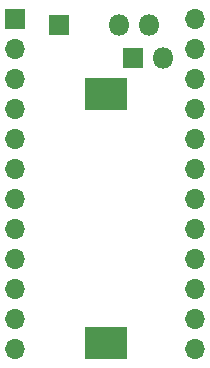
<source format=gbr>
%TF.GenerationSoftware,KiCad,Pcbnew,(5.1.6)-1*%
%TF.CreationDate,2021-07-23T13:19:56-04:00*%
%TF.ProjectId,RTC-12887-switch,5254432d-3132-4383-9837-2d7377697463,rev?*%
%TF.SameCoordinates,Original*%
%TF.FileFunction,Soldermask,Top*%
%TF.FilePolarity,Negative*%
%FSLAX46Y46*%
G04 Gerber Fmt 4.6, Leading zero omitted, Abs format (unit mm)*
G04 Created by KiCad (PCBNEW (5.1.6)-1) date 2021-07-23 13:19:56*
%MOMM*%
%LPD*%
G01*
G04 APERTURE LIST*
%ADD10R,1.800000X1.800000*%
%ADD11O,1.800000X1.800000*%
%ADD12R,3.600000X2.700000*%
%ADD13R,1.700000X1.700000*%
%ADD14O,1.700000X1.700000*%
G04 APERTURE END LIST*
D10*
%TO.C,J1*%
X121412000Y-78359000D03*
D11*
X126492000Y-78359000D03*
X129032000Y-78359000D03*
%TD*%
D12*
%TO.C,U1*%
X125349000Y-84183000D03*
X125349000Y-105283000D03*
%TD*%
D13*
%TO.C,IC2*%
X117653001Y-77825001D03*
D14*
X132893001Y-105765001D03*
X117653001Y-80365001D03*
X132893001Y-103225001D03*
X117653001Y-82905001D03*
X132893001Y-100685001D03*
X117653001Y-85445001D03*
X132893001Y-98145001D03*
X117653001Y-87985001D03*
X132893001Y-95605001D03*
X117653001Y-90525001D03*
X132893001Y-93065001D03*
X117653001Y-93065001D03*
X132893001Y-90525001D03*
X117653001Y-95605001D03*
X132893001Y-87985001D03*
X117653001Y-98145001D03*
X132893001Y-85445001D03*
X117653001Y-100685001D03*
X132893001Y-82905001D03*
X117653001Y-103225001D03*
X132893001Y-80365001D03*
X117653001Y-105765001D03*
X132893001Y-77825001D03*
%TD*%
D10*
%TO.C,EN*%
X127635000Y-81153000D03*
D11*
X130175000Y-81153000D03*
%TD*%
M02*

</source>
